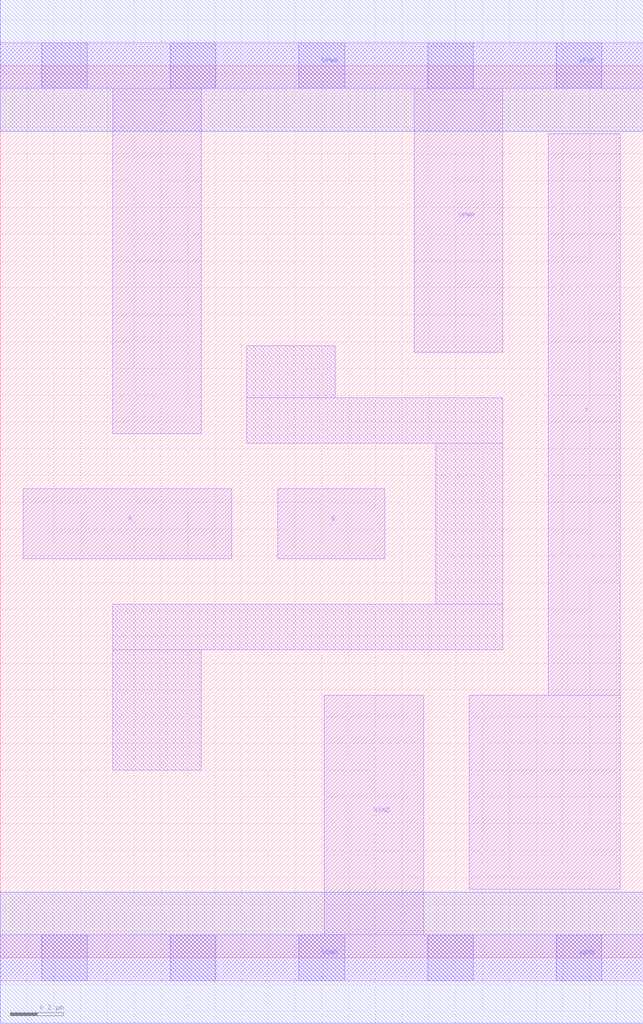
<source format=lef>
# Copyright 2020 The SkyWater PDK Authors
#
# Licensed under the Apache License, Version 2.0 (the "License");
# you may not use this file except in compliance with the License.
# You may obtain a copy of the License at
#
#     https://www.apache.org/licenses/LICENSE-2.0
#
# Unless required by applicable law or agreed to in writing, software
# distributed under the License is distributed on an "AS IS" BASIS,
# WITHOUT WARRANTIES OR CONDITIONS OF ANY KIND, either express or implied.
# See the License for the specific language governing permissions and
# limitations under the License.
#
# SPDX-License-Identifier: Apache-2.0

VERSION 5.7 ;
  NAMESCASESENSITIVE ON ;
  NOWIREEXTENSIONATPIN ON ;
  DIVIDERCHAR "/" ;
  BUSBITCHARS "[]" ;
UNITS
  DATABASE MICRONS 200 ;
END UNITS
MACRO sky130_fd_sc_lp__and2_1
  CLASS CORE ;
  SOURCE USER ;
  FOREIGN sky130_fd_sc_lp__and2_1 ;
  ORIGIN  0.000000  0.000000 ;
  SIZE  2.400000 BY  3.330000 ;
  SYMMETRY X Y R90 ;
  SITE unit ;
  PIN A
    ANTENNAGATEAREA  0.126000 ;
    DIRECTION INPUT ;
    USE SIGNAL ;
    PORT
      LAYER li1 ;
        RECT 0.085000 1.490000 0.865000 1.750000 ;
    END
  END A
  PIN B
    ANTENNAGATEAREA  0.126000 ;
    DIRECTION INPUT ;
    USE SIGNAL ;
    PORT
      LAYER li1 ;
        RECT 1.035000 1.490000 1.435000 1.750000 ;
    END
  END B
  PIN X
    ANTENNADIFFAREA  0.581700 ;
    DIRECTION OUTPUT ;
    USE SIGNAL ;
    PORT
      LAYER li1 ;
        RECT 1.750000 0.255000 2.315000 0.980000 ;
        RECT 2.045000 0.980000 2.315000 3.075000 ;
    END
  END X
  PIN VGND
    DIRECTION INOUT ;
    USE GROUND ;
    PORT
      LAYER li1 ;
        RECT 0.000000 -0.085000 2.400000 0.085000 ;
        RECT 1.210000  0.085000 1.580000 0.980000 ;
      LAYER mcon ;
        RECT 0.155000 -0.085000 0.325000 0.085000 ;
        RECT 0.635000 -0.085000 0.805000 0.085000 ;
        RECT 1.115000 -0.085000 1.285000 0.085000 ;
        RECT 1.595000 -0.085000 1.765000 0.085000 ;
        RECT 2.075000 -0.085000 2.245000 0.085000 ;
      LAYER met1 ;
        RECT 0.000000 -0.245000 2.400000 0.245000 ;
    END
  END VGND
  PIN VPWR
    DIRECTION INOUT ;
    USE POWER ;
    PORT
      LAYER li1 ;
        RECT 0.000000 3.245000 2.400000 3.415000 ;
        RECT 0.420000 1.955000 0.750000 3.245000 ;
        RECT 1.545000 2.260000 1.875000 3.245000 ;
      LAYER mcon ;
        RECT 0.155000 3.245000 0.325000 3.415000 ;
        RECT 0.635000 3.245000 0.805000 3.415000 ;
        RECT 1.115000 3.245000 1.285000 3.415000 ;
        RECT 1.595000 3.245000 1.765000 3.415000 ;
        RECT 2.075000 3.245000 2.245000 3.415000 ;
      LAYER met1 ;
        RECT 0.000000 3.085000 2.400000 3.575000 ;
    END
  END VPWR
  OBS
    LAYER li1 ;
      RECT 0.420000 0.700000 0.750000 1.150000 ;
      RECT 0.420000 1.150000 1.875000 1.320000 ;
      RECT 0.920000 1.920000 1.875000 2.090000 ;
      RECT 0.920000 2.090000 1.250000 2.285000 ;
      RECT 1.625000 1.320000 1.875000 1.920000 ;
  END
END sky130_fd_sc_lp__and2_1

</source>
